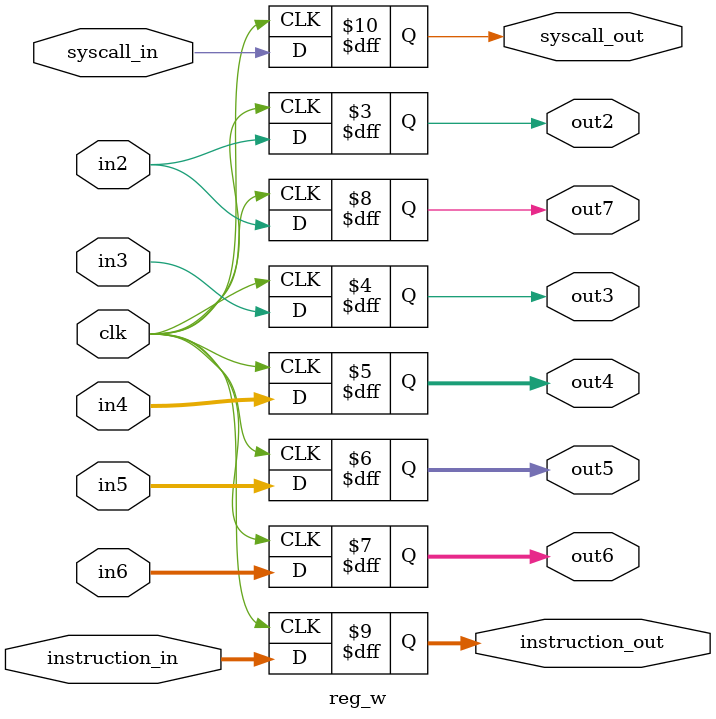
<source format=v>
/*
module to act as our clk for the write stage

inputs:
  - clk: our clock
  - in2: reg write
  - in3: mem to reg
  - in4: RD from data mem [31:0]
  - in5: ALUoutM [31:0]
  - in6: writeRegM [4:0]


output:
- out2: reg write
- out3: mem to reg
- out4: ReadDataW
- out5: ALUoutW [31:0]
- out6: writeRegW [4:0]
- out7: RegWriteW to hazard

*/

module reg_w(input wire clk,
  input wire in2,
  input wire in3,
  input wire [31:0] in4,
  input wire [31:0] in5,
  input wire [4:0] in6,
  //start here!!!
  input wire [31:0] instruction_in,
  input wire syscall_in,
  output reg out2,
  output reg out3,
  output reg [31:0] out4,
  output reg [31:0] out5,
  output reg [4:0] out6,
  output reg out7,
  output reg [31:0] instruction_out,
  output reg syscall_out);

  initial begin
    out2 <= 0;
    out3 <= 0;
    out4 <= 0;
    out5 <= 0;
    out6 <= 0;
    out7 <= 0;
    instruction_out <= 0;
    syscall_out <= 0;
  end

  always @(posedge clk) begin
    out2 <= in2;
    out3 <= in3;
    out4 <= in4;
    out5 <= in5;
    out6 <= in6;
    out7 <= in2;
    instruction_out <= instruction_in;
    syscall_out <= syscall_in;
  end


endmodule

</source>
